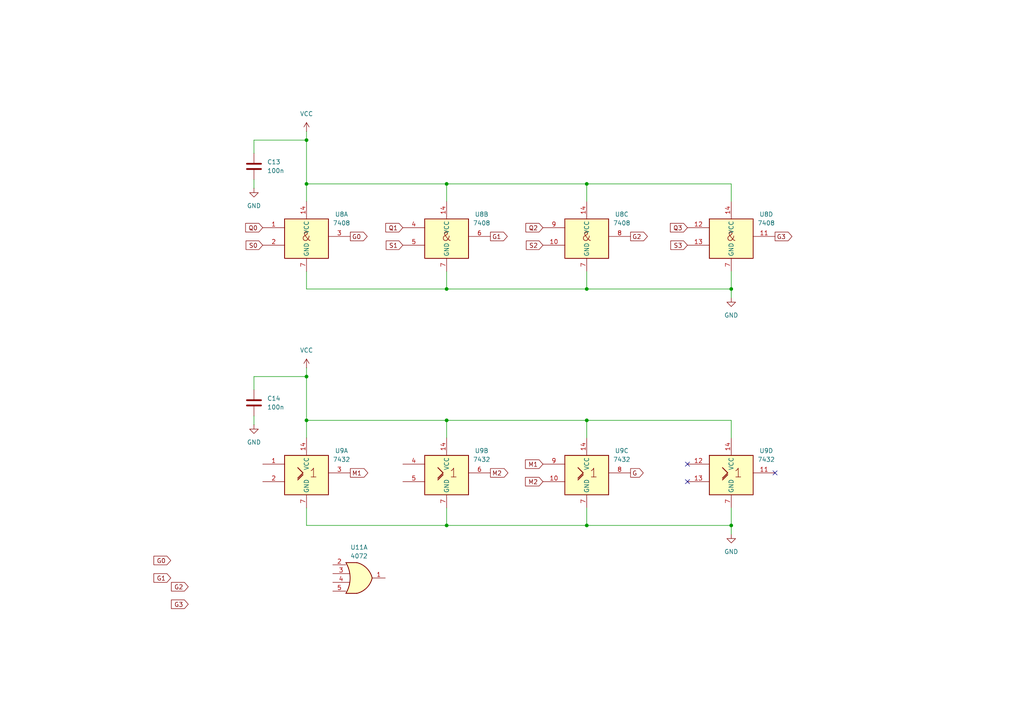
<source format=kicad_sch>
(kicad_sch (version 20250114) (generator "eeschema") (generator_version "9.0")
  (paper "A4")
  (title_block (title "PinCheck - 4 Pin Cable (LEMHAL)") (date "2025-08-27") (rev "Rev 1.0") (company "Igor Oliveira") (comment 1 "Continuity & Logic Test Circuit") (comment 2 "Decade Counter with pass/fail logic gates"))
  (lib_symbols
    (symbol "4xxx:4072" (pin_names (offset 1.016))
      (property "Reference" "U" (at 0 1.27 0))
      (property "Value" "4072" (at 0 -1.27 0))
      (symbol "4072_1_1"
        (arc (start -3.81 4.445) (mid -2.5908 0) (end -3.81 -4.445) (stroke (width 0.254)))
        (polyline (pts (xy -3.81 4.445) (xy -0.635 4.445)) (stroke (width 0.254)) (fill (type background)))
        (polyline (pts (xy -3.81 -4.445) (xy -0.635 -4.445)) (stroke (width 0.254)) (fill (type background)))
        (arc (start -0.6096 4.445) (mid 2.2198 2.8385) (end 3.81 0) (stroke (width 0.254)) (fill (type background)))
        (arc (start 3.81 0) (mid 2.224 -2.8428) (end -0.6096 -4.445) (stroke (width 0.254)) (fill (type background)))
        (polyline (pts (xy -0.635 4.445) (xy -3.81 4.445) (xy -3.81 4.445) (xy -3.6322 4.0894) (xy -3.0988 2.921) (xy -2.7686 1.6764) (xy -2.6162 0.4318) (xy -2.6416 -0.8636) (xy -2.8702 -2.1082) (xy -3.2512 -3.3274) (xy -3.81 -4.445) (xy -3.81 -4.445) (xy -0.635 -4.445)) (stroke (width -25.4)) (fill (type background)))
        (pin input line (at -7.62 3.81 0) (length 3.81) (name "~") (number "2"))
        (pin input line (at -7.62 1.27 0) (length 4.826) (name "~") (number "3"))
        (pin input line (at -7.62 -1.27 0) (length 4.826) (name "~") (number "4"))
        (pin input line (at -7.62 -3.81 0) (length 3.81) (name "~") (number "5"))
        (pin output line (at 7.62 0 180) (length 3.81) (name "~") (number "1"))
      )
      (symbol "4072_1_2"
        (arc (start -0.635 4.445) (mid 3.7907 0) (end -0.635 -4.445) (stroke (width 0.254)) (fill (type background)))
        (polyline (pts (xy -0.635 4.445) (xy -3.81 4.445) (xy -3.81 -4.445) (xy -0.635 -4.445)) (stroke (width 0.254)) (fill (type background)))
        (pin input inverted (at -7.62 3.81 0) (length 3.81) (name "~") (number "2"))
        (pin input inverted (at -7.62 1.27 0) (length 3.81) (name "~") (number "3"))
        (pin input inverted (at -7.62 -1.27 0) (length 3.81) (name "~") (number "4"))
        (pin input inverted (at -7.62 -3.81 0) (length 3.81) (name "~") (number "5"))
        (pin output inverted (at 7.62 0 180) (length 3.81) (name "~") (number "1"))
      )
      (symbol "4072_2_1"
        (arc (start -3.81 4.445) (mid -2.5908 0) (end -3.81 -4.445) (stroke (width 0.254)))
        (polyline (pts (xy -3.81 4.445) (xy -0.635 4.445)) (stroke (width 0.254)) (fill (type background)))
        (polyline (pts (xy -3.81 -4.445) (xy -0.635 -4.445)) (stroke (width 0.254)) (fill (type background)))
        (arc (start -0.6096 4.445) (mid 2.2198 2.8385) (end 3.81 0) (stroke (width 0.254)) (fill (type background)))
        (arc (start 3.81 0) (mid 2.224 -2.8428) (end -0.6096 -4.445) (stroke (width 0.254)) (fill (type background)))
        (polyline (pts (xy -0.635 4.445) (xy -3.81 4.445) (xy -3.81 4.445) (xy -3.6322 4.0894) (xy -3.0988 2.921) (xy -2.7686 1.6764) (xy -2.6162 0.4318) (xy -2.6416 -0.8636) (xy -2.8702 -2.1082) (xy -3.2512 -3.3274) (xy -3.81 -4.445) (xy -3.81 -4.445) (xy -0.635 -4.445)) (stroke (width -25.4)) (fill (type background)))
        (pin input line (at -7.62 3.81 0) (length 3.81) (name "~") (number "9"))
        (pin input line (at -7.62 1.27 0) (length 4.826) (name "~") (number "10"))
        (pin input line (at -7.62 -1.27 0) (length 4.826) (name "~") (number "11"))
        (pin input line (at -7.62 -3.81 0) (length 3.81) (name "~") (number "12"))
        (pin output line (at 7.62 0 180) (length 3.81) (name "~") (number "13"))
      )
      (symbol "4072_2_2"
        (arc (start -0.635 4.445) (mid 3.7907 0) (end -0.635 -4.445) (stroke (width 0.254)) (fill (type background)))
        (polyline (pts (xy -0.635 4.445) (xy -3.81 4.445) (xy -3.81 -4.445) (xy -0.635 -4.445)) (stroke (width 0.254)) (fill (type background)))
        (pin input inverted (at -7.62 3.81 0) (length 3.81) (name "~") (number "9"))
        (pin input inverted (at -7.62 1.27 0) (length 3.81) (name "~") (number "10"))
        (pin input inverted (at -7.62 -1.27 0) (length 3.81) (name "~") (number "11"))
        (pin input inverted (at -7.62 -3.81 0) (length 3.81) (name "~") (number "12"))
        (pin output inverted (at 7.62 0 180) (length 3.81) (name "~") (number "13"))
      )
      (symbol "4072_3_0"
        (pin power_in line (at 0 12.7 270) (length 5.08) (name "VDD") (number "14"))
        (pin power_in line (at 0 -12.7 90) (length 5.08) (name "VSS") (number "7"))
      )
      (symbol "4072_3_1"
        (rectangle (start -5.08 7.62) (end 5.08 -7.62) (stroke (width 0.254)) (fill (type background)))
      )
    )
    (symbol "74xx_IEEE:7408"
      (property "Reference" "U" (at 2.54 7.62 0))
      (property "Value" "7408" (at 3.81 -8.89 0))
      (symbol "7408_0_1"
        (rectangle (start -6.35 5.08) (end 6.35 -6.35) (stroke (width 0.254)) (fill (type background)))
        (text "&" (at 0 0 0) (effects (font (size 2.54 2.54))))
        (pin power_in line (at 0 10.16 270) (length 5.08) (name "VCC") (number "14"))
        (pin power_in line (at 0 -10.16 90) (length 3.81) (name "GND") (number "7"))
      )
      (symbol "7408_1_1"
        (pin input line (at -12.7 2.54 0) (length 6.35) (name "~") (number "1"))
        (pin input line (at -12.7 -2.54 0) (length 6.35) (name "~") (number "2"))
        (pin output line (at 12.7 0 180) (length 6.35) (name "~") (number "3"))
      )
      (symbol "7408_2_1"
        (pin input line (at -12.7 2.54 0) (length 6.35) (name "~") (number "4"))
        (pin input line (at -12.7 -2.54 0) (length 6.35) (name "~") (number "5"))
        (pin input line (at 12.7 0 180) (length 6.35) (name "~") (number "6"))
      )
      (symbol "7408_3_1"
        (pin input line (at -12.7 2.54 0) (length 6.35) (name "~") (number "9"))
        (pin input line (at -12.7 -2.54 0) (length 6.35) (name "~") (number "10"))
        (pin input line (at 12.7 0 180) (length 6.35) (name "~") (number "8"))
      )
      (symbol "7408_4_1"
        (pin input line (at -12.7 2.54 0) (length 6.35) (name "~") (number "12"))
        (pin input line (at -12.7 -2.54 0) (length 6.35) (name "~") (number "13"))
        (pin input line (at 12.7 0 180) (length 6.35) (name "~") (number "11"))
      )
    )
    (symbol "74xx_IEEE:7432"
      (property "Reference" "U" (at 2.54 6.35 0))
      (property "Value" "7432" (at 3.81 -7.62 0))
      (symbol "7432_0_1"
        (rectangle (start -6.35 5.08) (end 6.35 -6.35) (stroke (width 0.254)) (fill (type background)))
        (polyline (pts (xy -2.54 1.524) (xy -2.54 1.524) (xy -1.016 0) (xy -2.54 -1.524) (xy -2.54 -1.524)) (stroke (width 0.254)) (fill (type background)))
        (polyline (pts (xy -2.54 -2.032) (xy -1.016 -0.508) (xy -1.016 -0.508)) (stroke (width 0.254)) (fill (type background)))
        (text "1" (at 2.032 0 0) (effects (font (size 2.54 2.54))))
        (pin power_in line (at 0 10.16 270) (length 5.08) (name "VCC") (number "14"))
        (pin power_in line (at 0 -10.16 90) (length 3.81) (name "GND") (number "7"))
      )
      (symbol "7432_1_1"
        (pin input line (at -12.7 2.54 0) (length 6.35) (name "~") (number "1"))
        (pin input line (at -12.7 -2.54 0) (length 6.35) (name "~") (number "2"))
        (pin output line (at 12.7 0 180) (length 6.35) (name "~") (number "3"))
      )
      (symbol "7432_2_1"
        (pin input line (at -12.7 2.54 0) (length 6.35) (name "~") (number "4"))
        (pin input line (at -12.7 -2.54 0) (length 6.35) (name "~") (number "5"))
        (pin output line (at 12.7 0 180) (length 6.35) (name "~") (number "6"))
      )
      (symbol "7432_3_1"
        (pin input line (at -12.7 2.54 0) (length 6.35) (name "~") (number "9"))
        (pin input line (at -12.7 -2.54 0) (length 6.35) (name "~") (number "10"))
        (pin output line (at 12.7 0 180) (length 6.35) (name "~") (number "8"))
      )
      (symbol "7432_4_1"
        (pin input line (at -12.7 2.54 0) (length 6.35) (name "~") (number "12"))
        (pin input line (at -12.7 -2.54 0) (length 6.35) (name "~") (number "13"))
        (pin output line (at 12.7 0 180) (length 6.35) (name "~") (number "11"))
      )
    )
    (symbol "Device:C" (pin_numbers (hide yes)) (pin_names (offset 0.254))
      (property "Reference" "C" (at 0.635 2.54 0))
      (property "Value" "C" (at 0.635 -2.54 0))
      (symbol "C_0_1"
        (polyline (pts (xy -2.032 0.762) (xy 2.032 0.762)) (stroke (width 0.508)))
        (polyline (pts (xy -2.032 -0.762) (xy 2.032 -0.762)) (stroke (width 0.508)))
      )
      (symbol "C_1_1"
        (pin passive line (at 0 3.81 270) (length 2.794) (name "~") (number "1"))
        (pin passive line (at 0 -3.81 90) (length 2.794) (name "~") (number "2"))
      )
    )
    (symbol "power:GND" (power) (pin_numbers (hide yes)) (pin_names (offset 0) (hide yes))
      (property "Value" "GND" (at 0 -3.81 0))
      (symbol "GND_0_1"
        (polyline (pts (xy 0 0) (xy 0 -1.27) (xy 1.27 -1.27) (xy 0 -2.54) (xy -1.27 -1.27) (xy 0 -1.27)))
      )
      (symbol "GND_1_1"
        (pin power_in line (at 0 0 270) (length 0) (name "~") (number "1"))
      )
    )
    (symbol "power:VCC" (power) (pin_numbers (hide yes)) (pin_names (offset 0) (hide yes))
      (property "Value" "VCC" (at 0 3.556 0))
      (symbol "VCC_0_1"
        (polyline (pts (xy -0.762 1.27) (xy 0 2.54)))
        (polyline (pts (xy 0 2.54) (xy 0.762 1.27)))
        (polyline (pts (xy 0 0) (xy 0 2.54)))
      )
      (symbol "VCC_1_1"
        (pin power_in line (at 0 0 90) (length 0) (name "~") (number "1"))
      )
    )
  )
  (junction (at 88.9 121.92))
  (junction (at 129.54 83.82))
  (junction (at 170.18 53.34))
  (junction (at 129.54 121.92))
  (junction (at 170.18 121.92))
  (junction (at 88.9 40.64))
  (junction (at 88.9 53.34))
  (junction (at 129.54 53.34))
  (junction (at 170.18 83.82))
  (junction (at 170.18 152.4))
  (junction (at 88.9 109.22))
  (junction (at 212.09 83.82))
  (junction (at 212.09 152.4))
  (junction (at 129.54 152.4))
  (no_connect (at 224.79 137.16))
  (no_connect (at 199.39 139.7))
  (no_connect (at 199.39 134.62))
  (wire (pts (xy 129.54 147.32) (xy 129.54 152.4)))
  (wire (pts (xy 170.18 121.92) (xy 170.18 127)))
  (wire (pts (xy 170.18 53.34) (xy 212.09 53.34)))
  (wire (pts (xy 129.54 53.34) (xy 170.18 53.34)))
  (wire (pts (xy 170.18 53.34) (xy 170.18 58.42)))
  (wire (pts (xy 129.54 78.74) (xy 129.54 83.82)))
  (wire (pts (xy 129.54 83.82) (xy 170.18 83.82)))
  (wire (pts (xy 88.9 106.68) (xy 88.9 109.22)))
  (wire (pts (xy 88.9 78.74) (xy 88.9 83.82)))
  (wire (pts (xy 73.66 123.19) (xy 73.66 120.65)))
  (wire (pts (xy 88.9 152.4) (xy 129.54 152.4)))
  (wire (pts (xy 88.9 53.34) (xy 88.9 58.42)))
  (wire (pts (xy 88.9 83.82) (xy 129.54 83.82)))
  (wire (pts (xy 88.9 53.34) (xy 129.54 53.34)))
  (wire (pts (xy 129.54 53.34) (xy 129.54 58.42)))
  (wire (pts (xy 170.18 78.74) (xy 170.18 83.82)))
  (wire (pts (xy 88.9 38.1) (xy 88.9 40.64)))
  (wire (pts (xy 212.09 86.36) (xy 212.09 83.82)))
  (wire (pts (xy 212.09 121.92) (xy 212.09 127)))
  (wire (pts (xy 88.9 53.34) (xy 88.9 40.64)))
  (wire (pts (xy 88.9 147.32) (xy 88.9 152.4)))
  (wire (pts (xy 212.09 147.32) (xy 212.09 152.4)))
  (wire (pts (xy 73.66 54.61) (xy 73.66 52.07)))
  (wire (pts (xy 212.09 53.34) (xy 212.09 58.42)))
  (wire (pts (xy 73.66 40.64) (xy 73.66 44.45)))
  (wire (pts (xy 88.9 109.22) (xy 73.66 109.22)))
  (wire (pts (xy 88.9 121.92) (xy 88.9 127)))
  (wire (pts (xy 212.09 154.94) (xy 212.09 152.4)))
  (wire (pts (xy 170.18 147.32) (xy 170.18 152.4)))
  (wire (pts (xy 170.18 152.4) (xy 212.09 152.4)))
  (wire (pts (xy 73.66 109.22) (xy 73.66 113.03)))
  (wire (pts (xy 88.9 121.92) (xy 88.9 109.22)))
  (wire (pts (xy 170.18 121.92) (xy 212.09 121.92)))
  (wire (pts (xy 129.54 152.4) (xy 170.18 152.4)))
  (wire (pts (xy 170.18 83.82) (xy 212.09 83.82)))
  (wire (pts (xy 129.54 121.92) (xy 170.18 121.92)))
  (wire (pts (xy 88.9 40.64) (xy 73.66 40.64)))
  (wire (pts (xy 212.09 78.74) (xy 212.09 83.82)))
  (wire (pts (xy 88.9 121.92) (xy 129.54 121.92)))
  (wire (pts (xy 129.54 121.92) (xy 129.54 127)))
  (global_label "G1" (shape output) (at 142.24 68.58 0) (property "Intersheetrefs" "${INTERSHEET_REFS}" (effects (hide yes))))
  (global_label "G3" (shape input) (at 54.61 175.26 180) (property "Intersheetrefs" "${INTERSHEET_REFS}" (effects (hide yes))))
  (global_label "Q0" (shape input) (at 76.2 66.04 180) (property "Intersheetrefs" "${INTERSHEET_REFS}" (effects (hide yes))))
  (global_label "S2" (shape input) (at 157.48 71.12 180) (property "Intersheetrefs" "${INTERSHEET_REFS}" (effects (hide yes))))
  (global_label "G2" (shape output) (at 182.88 68.58 0) (property "Intersheetrefs" "${INTERSHEET_REFS}" (effects (hide yes))))
  (global_label "S0" (shape input) (at 76.2 71.12 180) (property "Intersheetrefs" "${INTERSHEET_REFS}" (effects (hide yes))))
  (global_label "Q3" (shape input) (at 199.39 66.04 180) (property "Intersheetrefs" "${INTERSHEET_REFS}" (effects (hide yes))))
  (global_label "M2" (shape output) (at 142.24 137.16 0) (property "Intersheetrefs" "${INTERSHEET_REFS}" (effects (hide yes))))
  (global_label "G" (shape output) (at 182.88 137.16 0) (property "Intersheetrefs" "${INTERSHEET_REFS}" (effects (hide yes))))
  (global_label "S3" (shape input) (at 199.39 71.12 180) (property "Intersheetrefs" "${INTERSHEET_REFS}" (effects (hide yes))))
  (global_label "G0" (shape input) (at 49.53 162.56 180) (property "Intersheetrefs" "${INTERSHEET_REFS}" (effects (hide yes))))
  (global_label "G1" (shape input) (at 49.53 167.64 180) (property "Intersheetrefs" "${INTERSHEET_REFS}" (effects (hide yes))))
  (global_label "M1" (shape input) (at 157.48 134.62 180) (property "Intersheetrefs" "${INTERSHEET_REFS}" (effects (hide yes))))
  (global_label "Q2" (shape input) (at 157.48 66.04 180) (property "Intersheetrefs" "${INTERSHEET_REFS}" (effects (hide yes))))
  (global_label "M2" (shape input) (at 157.48 139.7 180) (property "Intersheetrefs" "${INTERSHEET_REFS}" (effects (hide yes))))
  (global_label "G0" (shape output) (at 101.6 68.58 0) (property "Intersheetrefs" "${INTERSHEET_REFS}" (effects (hide yes))))
  (global_label "S1" (shape input) (at 116.84 71.12 180) (property "Intersheetrefs" "${INTERSHEET_REFS}" (effects (hide yes))))
  (global_label "Q1" (shape input) (at 116.84 66.04 180) (property "Intersheetrefs" "${INTERSHEET_REFS}" (effects (hide yes))))
  (global_label "G3" (shape output) (at 224.79 68.58 0) (property "Intersheetrefs" "${INTERSHEET_REFS}" (effects (hide yes))))
  (global_label "G2" (shape input) (at 54.61 170.18 180) (property "Intersheetrefs" "${INTERSHEET_REFS}" (effects (hide yes))))
  (global_label "M1" (shape output) (at 101.6 137.16 0) (property "Intersheetrefs" "${INTERSHEET_REFS}" (effects (hide yes))))
  (symbol (lib_id "74xx_IEEE:7408") (at 88.9 68.58 0) (unit 1)
    (property "Reference" "U8" (at 99.06 62.1598 0))
    (property "Value" "7408" (at 99.06 64.6998 0))
    (property "Footprint" "Package_SO:SOIC-14_3.9x8.7mm_P1.27mm" (effects (hide yes)))
  )
  (symbol (lib_id "74xx_IEEE:7432") (at 88.9 137.16 0) (unit 1)
    (property "Reference" "U9" (at 99.06 130.7398 0))
    (property "Value" "7432" (at 99.06 133.2798 0))
    (property "Footprint" "Package_SO:SOIC-14_3.9x8.7mm_P1.27mm" (effects (hide yes)))
  )
  (symbol (lib_id "74xx_IEEE:7432") (at 212.09 137.16 0) (unit 4)
    (property "Reference" "U9" (at 222.25 130.7398 0))
    (property "Value" "7432" (at 222.25 133.2798 0))
    (property "Footprint" "Package_SO:SOIC-14_3.9x8.7mm_P1.27mm" (effects (hide yes)))
  )
  (symbol (lib_id "power:GND") (at 73.66 123.19 0) (unit 1)
    (property "Reference" "#PWR043" (effects (hide yes)))
    (property "Value" "GND" (at 73.66 128.27 0))
    (property "Description" "Power symbol creates a global label with name \"GND\" , ground" (effects (hide yes)))
  )
  (symbol (lib_id "4xxx:4072") (at 104.14 167.64 0) (unit 1)
    (property "Reference" "U11" (at 104.14 158.75 0))
    (property "Value" "4072" (at 104.14 161.29 0))
    (property "Datasheet" "http://www.intersil.com/content/dam/Intersil/documents/cd40/cd4071bms-72bms-75bms.pdf" (effects (hide yes)))
    (property "Description" "Dual 4 input OR gate" (effects (hide yes)))
  )
  (symbol (lib_id "74xx_IEEE:7408") (at 170.18 68.58 0) (unit 3)
    (property "Reference" "U8" (at 180.34 62.1598 0))
    (property "Value" "7408" (at 180.34 64.6998 0))
    (property "Footprint" "Package_SO:SOIC-14_3.9x8.7mm_P1.27mm" (effects (hide yes)))
  )
  (symbol (lib_id "power:GND") (at 212.09 86.36 0) (unit 1)
    (property "Reference" "#PWR046" (effects (hide yes)))
    (property "Value" "GND" (at 212.09 91.44 0))
    (property "Description" "Power symbol creates a global label with name \"GND\" , ground" (effects (hide yes)))
  )
  (symbol (lib_id "74xx_IEEE:7408") (at 212.09 68.58 0) (unit 4)
    (property "Reference" "U8" (at 222.25 62.1598 0))
    (property "Value" "7408" (at 222.25 64.6998 0))
    (property "Footprint" "Package_SO:SOIC-14_3.9x8.7mm_P1.27mm" (effects (hide yes)))
  )
  (symbol (lib_id "74xx_IEEE:7432") (at 170.18 137.16 0) (unit 3)
    (property "Reference" "U9" (at 180.34 130.7398 0))
    (property "Value" "7432" (at 180.34 133.2798 0))
    (property "Footprint" "Package_SO:SOIC-14_3.9x8.7mm_P1.27mm" (effects (hide yes)))
  )
  (symbol (lib_id "power:VCC") (at 88.9 106.68 0) (unit 1)
    (property "Reference" "#PWR045" (effects (hide yes)))
    (property "Value" "VCC" (at 88.9 101.6 0))
    (property "Description" "Power symbol creates a global label with name \"VCC\"" (effects (hide yes)))
  )
  (symbol (lib_id "74xx_IEEE:7408") (at 129.54 68.58 0) (unit 2)
    (property "Reference" "U8" (at 139.7 62.1598 0))
    (property "Value" "7408" (at 139.7 64.6998 0))
    (property "Footprint" "Package_SO:SOIC-14_3.9x8.7mm_P1.27mm" (effects (hide yes)))
  )
  (symbol (lib_id "power:GND") (at 212.09 154.94 0) (unit 1)
    (property "Reference" "#PWR047" (effects (hide yes)))
    (property "Value" "GND" (at 212.09 160.02 0))
    (property "Description" "Power symbol creates a global label with name \"GND\" , ground" (effects (hide yes)))
  )
  (symbol (lib_id "power:GND") (at 73.66 54.61 0) (unit 1)
    (property "Reference" "#PWR042" (effects (hide yes)))
    (property "Value" "GND" (at 73.66 59.69 0))
    (property "Description" "Power symbol creates a global label with name \"GND\" , ground" (effects (hide yes)))
  )
  (symbol (lib_id "Device:C") (at 73.66 116.84 0) (unit 1)
    (property "Reference" "C14" (at 77.47 115.5699 0) (effects (justify left)))
    (property "Value" "100n" (at 77.47 118.1099 0) (effects (justify left)))
    (property "Footprint" "Capacitor_SMD:C_0805_2012Metric" (effects (hide yes)))
    (property "Description" "Unpolarized capacitor" (effects (hide yes)))
  )
  (symbol (lib_id "74xx_IEEE:7432") (at 129.54 137.16 0) (unit 2)
    (property "Reference" "U9" (at 139.7 130.7398 0))
    (property "Value" "7432" (at 139.7 133.2798 0))
    (property "Footprint" "Package_SO:SOIC-14_3.9x8.7mm_P1.27mm" (effects (hide yes)))
  )
  (symbol (lib_id "Device:C") (at 73.66 48.26 0) (unit 1)
    (property "Reference" "C13" (at 77.47 46.9899 0) (effects (justify left)))
    (property "Value" "100n" (at 77.47 49.5299 0) (effects (justify left)))
    (property "Footprint" "Capacitor_SMD:C_0805_2012Metric" (effects (hide yes)))
    (property "Description" "Unpolarized capacitor" (effects (hide yes)))
  )
  (symbol (lib_id "power:VCC") (at 88.9 38.1 0) (unit 1)
    (property "Reference" "#PWR044" (effects (hide yes)))
    (property "Value" "VCC" (at 88.9 33.02 0))
    (property "Description" "Power symbol creates a global label with name \"VCC\"" (effects (hide yes)))
  )
)
</source>
